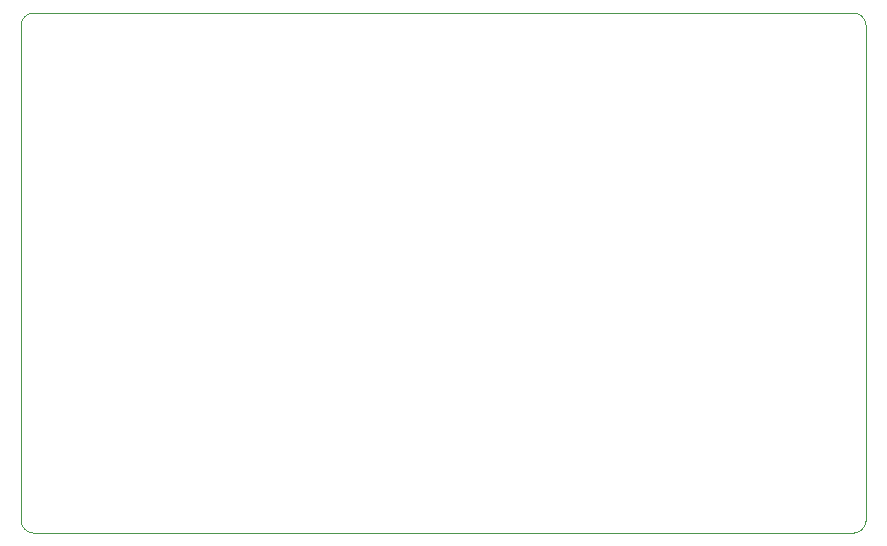
<source format=gko>
G04 Layer_Color=16711935*
%FSLAX25Y25*%
%MOIN*%
G70*
G01*
G75*
%ADD93C,0.00100*%
D93*
X3937Y173228D02*
G03*
X0Y169291I0J-3937D01*
G01*
X281496Y169291D02*
G03*
X277559Y173228I-3937J0D01*
G01*
Y0D02*
G03*
X281496Y3937I0J3937D01*
G01*
X0D02*
G03*
X3937Y0I3937J0D01*
G01*
Y173228D02*
X277559D01*
X-0Y169291D02*
X0Y3937D01*
X281496Y169291D02*
X281496Y3937D01*
X3937Y0D02*
X277559D01*
M02*

</source>
